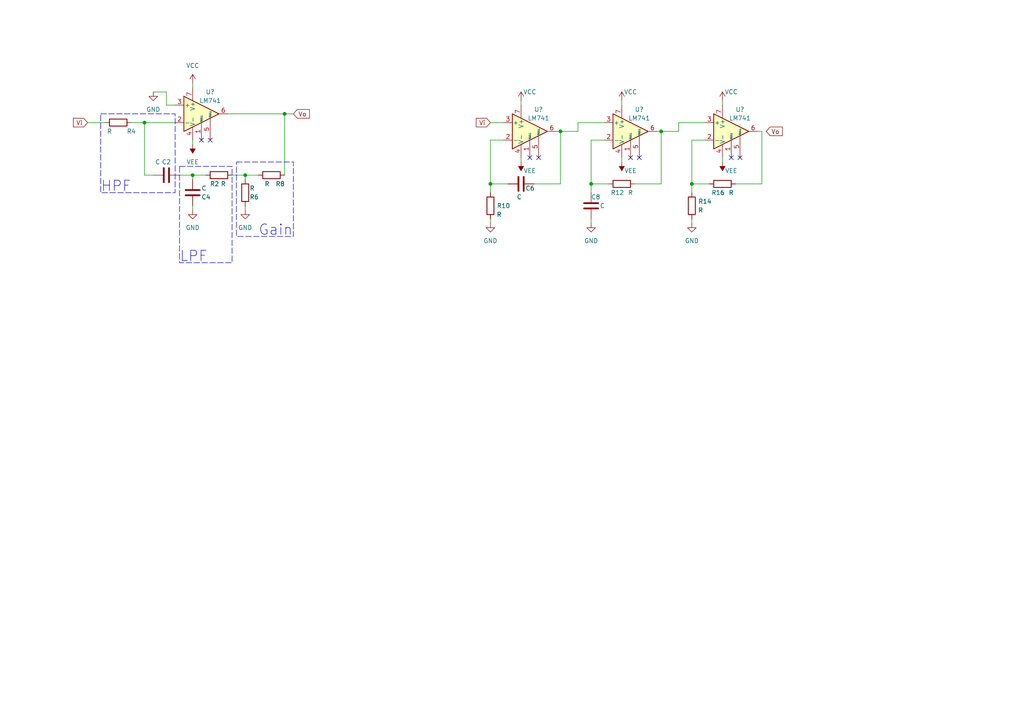
<source format=kicad_sch>
(kicad_sch (version 20230121) (generator eeschema)
  (paper "A4")
  (lib_symbols
    (symbol "Amplifier_Operational:LM741" (pin_names (offset 0.127))
      (property "Reference" "U" (at 0 6.35 0))
      (property "Value" "LM741" (at 0 3.81 0))
      (symbol "LM741_0_1"
        (polyline (pts (xy -5.08 5.08) (xy 5.08 0) (xy -5.08 -5.08) (xy -5.08 5.08)) (stroke (width 0.254)) (fill (type background)))
      )
      (symbol "LM741_1_1"
        (pin input line (at 0 -7.62 90) (length 5.08) (name "NULL") (number "1"))
        (pin input line (at -7.62 -2.54 0) (length 2.54) (name "-") (number "2"))
        (pin input line (at -7.62 2.54 0) (length 2.54) (name "+") (number "3"))
        (pin power_in line (at -2.54 -7.62 90) (length 3.81) (name "V-") (number "4"))
        (pin input line (at 2.54 -7.62 90) (length 6.35) (name "NULL") (number "5"))
        (pin output line (at 7.62 0 180) (length 2.54) (name "~") (number "6"))
        (pin power_in line (at -2.54 7.62 270) (length 3.81) (name "V+") (number "7"))
        (pin no_connect line (at 0 2.54 270) (length 2.54) hide (name "NC") (number "8"))
      )
    )
    (symbol "Device:C" (pin_numbers hide) (pin_names (offset 0.254))
      (property "Reference" "C" (at 0.635 2.54 0))
      (property "Value" "C" (at 0.635 -2.54 0))
      (symbol "C_0_1"
        (polyline (pts (xy -2.032 -0.762) (xy 2.032 -0.762)) (stroke (width 0.508)))
        (polyline (pts (xy -2.032 0.762) (xy 2.032 0.762)) (stroke (width 0.508)))
      )
      (symbol "C_1_1"
        (pin passive line (at 0 3.81 270) (length 2.794) (name "~") (number "1"))
        (pin passive line (at 0 -3.81 90) (length 2.794) (name "~") (number "2"))
      )
    )
    (symbol "Device:R" (pin_numbers hide) (pin_names (offset 0))
      (property "Reference" "R" (at 2.032 0 90))
      (property "Value" "R" (at 0 0 90))
      (symbol "R_0_1"
        (rectangle (start -1.016 -2.54) (end 1.016 2.54) (stroke (width 0.254)))
      )
      (symbol "R_1_1"
        (pin passive line (at 0 3.81 270) (length 1.27) (name "~") (number "1"))
        (pin passive line (at 0 -3.81 90) (length 1.27) (name "~") (number "2"))
      )
    )
    (symbol "GND_1" (power) (pin_numbers hide) (pin_names (offset 0) hide)
      (property "Value" "GND_1" (at 0 -3.81 0))
      (symbol "GND_1_0_1"
        (polyline (pts (xy 0 0) (xy 0 -1.27) (xy 1.27 -1.27) (xy 0 -2.54) (xy -1.27 -1.27) (xy 0 -1.27)))
      )
      (symbol "GND_1_1_1"
        (pin power_in line (at 0 0 270) (length 0) hide (name "GND") (number "1"))
      )
    )
    (symbol "GND_2" (power) (pin_numbers hide) (pin_names (offset 0) hide)
      (property "Value" "GND_2" (at 0 -3.81 0))
      (symbol "GND_2_0_1"
        (polyline (pts (xy 0 0) (xy 0 -1.27) (xy 1.27 -1.27) (xy 0 -2.54) (xy -1.27 -1.27) (xy 0 -1.27)))
      )
      (symbol "GND_2_1_1"
        (pin power_in line (at 0 0 270) (length 0) hide (name "GND") (number "1"))
      )
    )
    (symbol "VCC_1" (power) (pin_numbers hide) (pin_names (offset 0) hide)
      (property "Value" "VCC_1" (at 0 3.81 0))
      (symbol "VCC_1_0_1"
        (polyline (pts (xy -0.762 1.27) (xy 0 2.54)))
        (polyline (pts (xy 0 0) (xy 0 2.54)))
        (polyline (pts (xy 0 2.54) (xy 0.762 1.27)))
      )
      (symbol "VCC_1_1_1"
        (pin power_in line (at 0 0 90) (length 0) hide (name "VCC") (number "1"))
      )
    )
    (symbol "VEE_1" (power) (pin_numbers hide) (pin_names (offset 0) hide)
      (property "Value" "VEE_1" (at 0 3.81 0))
      (symbol "VEE_1_0_1"
        (polyline (pts (xy 0 0) (xy 0 2.54)))
        (polyline (pts (xy 0.762 1.27) (xy -0.762 1.27) (xy 0 2.54) (xy 0.762 1.27)) (fill (type outline)))
      )
      (symbol "VEE_1_1_1"
        (pin power_in line (at 0 0 90) (length 0) hide (name "VEE") (number "1"))
      )
    )
    (symbol "power:GND" (power) (pin_numbers hide) (pin_names (offset 0) hide)
      (property "Value" "GND" (at 0 -3.81 0))
      (symbol "GND_0_1"
        (polyline (pts (xy 0 0) (xy 0 -1.27) (xy 1.27 -1.27) (xy 0 -2.54) (xy -1.27 -1.27) (xy 0 -1.27)))
      )
      (symbol "GND_1_1"
        (pin power_in line (at 0 0 270) (length 0) hide (name "GND") (number "1"))
      )
    )
    (symbol "power:VCC" (power) (pin_numbers hide) (pin_names (offset 0) hide)
      (property "Value" "VCC" (at 0 3.81 0))
      (symbol "VCC_0_1"
        (polyline (pts (xy -0.762 1.27) (xy 0 2.54)))
        (polyline (pts (xy 0 0) (xy 0 2.54)))
        (polyline (pts (xy 0 2.54) (xy 0.762 1.27)))
      )
      (symbol "VCC_1_1"
        (pin power_in line (at 0 0 90) (length 0) hide (name "VCC") (number "1"))
      )
    )
    (symbol "power:VEE" (power) (pin_numbers hide) (pin_names (offset 0) hide)
      (property "Value" "VEE" (at 0 3.81 0))
      (symbol "VEE_0_1"
        (polyline (pts (xy 0 0) (xy 0 2.54)))
        (polyline (pts (xy 0.762 1.27) (xy -0.762 1.27) (xy 0 2.54) (xy 0.762 1.27)) (fill (type outline)))
      )
      (symbol "VEE_1_1"
        (pin power_in line (at 0 0 90) (length 0) hide (name "VEE") (number "1"))
      )
    )
  )
  (junction (at 142.24 53.34))
  (junction (at 171.45 53.34))
  (junction (at 55.88 50.8))
  (junction (at 162.56 38.1))
  (junction (at 82.55 33.02))
  (junction (at 191.77 38.1))
  (junction (at 71.12 50.8))
  (junction (at 41.91 35.56))
  (junction (at 200.66 53.34))
  (no_connect (at 185.42 45.72))
  (no_connect (at 58.42 40.64))
  (no_connect (at 156.21 45.72))
  (no_connect (at 182.88 45.72))
  (no_connect (at 212.09 45.72))
  (no_connect (at 214.63 45.72))
  (no_connect (at 153.67 45.72))
  (no_connect (at 60.96 40.64))
  (wire (pts (xy 71.12 50.8) (xy 74.93 50.8)))
  (wire (pts (xy 44.45 26.67) (xy 48.26 26.67)))
  (wire (pts (xy 48.26 26.67) (xy 48.26 30.48)))
  (wire (pts (xy 82.55 50.8) (xy 82.55 33.02)))
  (wire (pts (xy 200.66 40.64) (xy 200.66 53.34)))
  (wire (pts (xy 151.13 45.72) (xy 151.13 46.99)))
  (wire (pts (xy 196.85 35.56) (xy 204.47 35.56)))
  (wire (pts (xy 209.55 45.72) (xy 209.55 46.99)))
  (wire (pts (xy 41.91 50.8) (xy 44.45 50.8)))
  (wire (pts (xy 25.4 35.56) (xy 30.48 35.56)))
  (wire (pts (xy 213.36 53.34) (xy 220.98 53.34)))
  (wire (pts (xy 142.24 53.34) (xy 142.24 55.88)))
  (wire (pts (xy 71.12 52.07) (xy 71.12 50.8)))
  (wire (pts (xy 146.05 40.64) (xy 142.24 40.64)))
  (wire (pts (xy 55.88 24.13) (xy 55.88 25.4)))
  (wire (pts (xy 167.64 35.56) (xy 167.64 38.1)))
  (wire (pts (xy 220.98 53.34) (xy 220.98 38.1)))
  (wire (pts (xy 175.26 40.64) (xy 171.45 40.64)))
  (wire (pts (xy 41.91 35.56) (xy 50.8 35.56)))
  (wire (pts (xy 82.55 33.02) (xy 66.04 33.02)))
  (wire (pts (xy 147.32 53.34) (xy 142.24 53.34)))
  (wire (pts (xy 191.77 38.1) (xy 190.5 38.1)))
  (wire (pts (xy 151.13 29.21) (xy 151.13 30.48)))
  (wire (pts (xy 55.88 52.07) (xy 55.88 50.8)))
  (wire (pts (xy 180.34 29.21) (xy 180.34 30.48)))
  (wire (pts (xy 171.45 53.34) (xy 171.45 55.88)))
  (wire (pts (xy 55.88 50.8) (xy 59.69 50.8)))
  (wire (pts (xy 167.64 38.1) (xy 162.56 38.1)))
  (wire (pts (xy 154.94 53.34) (xy 162.56 53.34)))
  (wire (pts (xy 175.26 35.56) (xy 167.64 35.56)))
  (wire (pts (xy 142.24 35.56) (xy 146.05 35.56)))
  (wire (pts (xy 191.77 38.1) (xy 196.85 38.1)))
  (wire (pts (xy 82.55 33.02) (xy 85.09 33.02)))
  (wire (pts (xy 48.26 30.48) (xy 50.8 30.48)))
  (wire (pts (xy 52.07 50.8) (xy 55.88 50.8)))
  (wire (pts (xy 38.1 35.56) (xy 41.91 35.56)))
  (wire (pts (xy 162.56 38.1) (xy 161.29 38.1)))
  (wire (pts (xy 67.31 50.8) (xy 71.12 50.8)))
  (wire (pts (xy 41.91 35.56) (xy 41.91 50.8)))
  (wire (pts (xy 171.45 63.5) (xy 171.45 64.77)))
  (wire (pts (xy 142.24 63.5) (xy 142.24 64.77)))
  (wire (pts (xy 162.56 53.34) (xy 162.56 38.1)))
  (wire (pts (xy 176.53 53.34) (xy 171.45 53.34)))
  (wire (pts (xy 184.15 53.34) (xy 191.77 53.34)))
  (wire (pts (xy 191.77 53.34) (xy 191.77 38.1)))
  (wire (pts (xy 205.74 53.34) (xy 200.66 53.34)))
  (wire (pts (xy 220.98 38.1) (xy 219.71 38.1)))
  (wire (pts (xy 180.34 45.72) (xy 180.34 46.99)))
  (wire (pts (xy 209.55 29.21) (xy 209.55 30.48)))
  (wire (pts (xy 204.47 40.64) (xy 200.66 40.64)))
  (wire (pts (xy 55.88 59.69) (xy 55.88 60.96)))
  (wire (pts (xy 200.66 53.34) (xy 200.66 55.88)))
  (wire (pts (xy 142.24 40.64) (xy 142.24 53.34)))
  (wire (pts (xy 196.85 38.1) (xy 196.85 35.56)))
  (wire (pts (xy 200.66 63.5) (xy 200.66 64.77)))
  (wire (pts (xy 171.45 40.64) (xy 171.45 53.34)))
  (wire (pts (xy 55.88 40.64) (xy 55.88 41.91)))
  (wire (pts (xy 71.12 59.69) (xy 71.12 60.96)))
  (rectangle (start 68.58 46.99) (end 85.09 68.58) (stroke (width 0) (type dash)))
  (rectangle (start 52.07 48.26) (end 67.31 76.2) (stroke (width 0) (type dash)))
  (rectangle (start 29.21 33.02) (end 50.8 55.88) (stroke (width 0) (type dash)))
  (text "Gain" (at 74.93 68.58 0) (effects (font (size 3 3)) (justify left bottom)))
  (text "LPF" (at 52.07 76.2 0) (effects (font (size 3 3)) (justify left bottom)))
  (text "HPF" (at 29.21 55.88 0) (effects (font (size 3 3)) (justify left bottom)))
  (global_label "Vo" (shape input) (at 222.25 38.1 0) (property "Intersheetrefs" "${INTERSHEET_REFS}" (effects hide)))
  (global_label "Vi" (shape input) (at 25.4 35.56 180) (property "Intersheetrefs" "${INTERSHEET_REFS}" (effects hide)))
  (global_label "Vo" (shape input) (at 85.09 33.02 0) (property "Intersheetrefs" "${INTERSHEET_REFS}" (effects hide)))
  (global_label "Vi" (shape input) (at 142.24 35.56 180) (property "Intersheetrefs" "${INTERSHEET_REFS}" (effects hide)))
  (symbol (lib_id "Device:R") (at 180.34 53.34 270) (unit 1)
    (property "Reference" "R12" (at 179.07 55.88 90))
    (property "Value" "R" (at 182.88 55.88 90))
    (instances (project "Lab02" (path "" (reference "R12") (unit 1)) (path "" (reference "R11") (unit 1))))
  )
  (symbol (lib_id "Amplifier_Operational:LM741") (at 58.42 33.02 0) (unit 1)
    (property "Reference" "U?" (at 60.96 26.67 0))
    (property "Value" "LM741" (at 60.96 29.21 0))
    (property "Datasheet" "http://www.ti.com/lit/ds/symlink/lm741.pdf" (effects hide))
    (property "Sim.Library" "models\\LM741.lib" (effects hide))
    (property "Sim.Name" "LM741" (effects hide))
    (property "Sim.Device" "SUBCKT" (effects hide))
    (property "Sim.Pins" "1=1 2=2 3=99 4=50 5=28" (effects hide))
    (instances (project "Lab02" (path "" (reference "U?") (unit 1)) (path "" (reference "U1") (unit 1)) (path "" (reference "U2") (unit 1))))
  )
  (symbol (lib_name "GND_1") (lib_id "power:GND") (at 71.12 60.96 0) (unit 1)
    (property "Reference" "#PWR010" (effects hide))
    (property "Value" "GND" (at 71.12 66.04 0))
    (instances (project "Lab02" (path "" (reference "#PWR010") (unit 1)) (path "" (reference "#PWR09") (unit 1))))
  )
  (symbol (lib_name "VEE_1") (lib_id "power:VEE") (at 151.13 46.99 180) (unit 1)
    (property "Reference" "#PWR?" (effects hide))
    (property "Value" "VEE" (at 153.67 49.53 0))
    (instances (project "Lab02" (path "" (reference "#PWR?") (unit 1)) (path "" (reference "#PWR012") (unit 1)) (path "" (reference "#PWR014") (unit 1))))
  )
  (symbol (lib_id "Device:C") (at 48.26 50.8 270) (unit 1)
    (property "Reference" "C2" (at 48.26 46.99 90))
    (property "Value" "C" (at 45.72 46.99 90))
    (instances (project "Lab02" (path "" (reference "C2") (unit 1)) (path "" (reference "C1") (unit 1))))
  )
  (symbol (lib_id "Device:R") (at 63.5 50.8 90) (mirror x) (unit 1)
    (property "Reference" "R2" (at 62.23 53.34 90))
    (property "Value" "R" (at 64.77 53.34 90))
    (instances (project "Lab02" (path "" (reference "R2") (unit 1)) (path "" (reference "R1") (unit 1))))
  )
  (symbol (lib_id "Device:R") (at 78.74 50.8 90) (unit 1)
    (property "Reference" "R8" (at 81.28 53.34 90))
    (property "Value" "R" (at 77.47 53.34 90))
    (instances (project "Lab02" (path "" (reference "R8") (unit 1)) (path "" (reference "R7") (unit 1))))
  )
  (symbol (lib_id "Amplifier_Operational:LM741") (at 212.09 38.1 0) (unit 1)
    (property "Reference" "U?" (at 214.63 31.75 0))
    (property "Value" "LM741" (at 214.63 34.29 0))
    (property "Datasheet" "http://www.ti.com/lit/ds/symlink/lm741.pdf" (effects hide))
    (property "Sim.Library" "models\\LM741.lib" (effects hide))
    (property "Sim.Name" "LM741" (effects hide))
    (property "Sim.Device" "SUBCKT" (effects hide))
    (property "Sim.Pins" "1=1 2=2 3=99 4=50 5=28" (effects hide))
    (instances (project "Lab02" (path "" (reference "U?") (unit 1)) (path "" (reference "U7") (unit 1)) (path "" (reference "U8") (unit 1))))
  )
  (symbol (lib_id "power:VEE") (at 55.88 41.91 180) (unit 1)
    (property "Reference" "#PWR?" (effects hide))
    (property "Value" "VEE" (at 55.88 46.99 0))
    (instances (project "Lab02" (path "" (reference "#PWR?") (unit 1)) (path "" (reference "#PWR01") (unit 1)) (path "" (reference "#PWR03") (unit 1))))
  )
  (symbol (lib_name "GND_2") (lib_id "power:GND") (at 171.45 64.77 0) (unit 1)
    (property "Reference" "#PWR022" (effects hide))
    (property "Value" "GND" (at 171.45 69.85 0))
    (instances (project "Lab02" (path "" (reference "#PWR022") (unit 1)) (path "" (reference "#PWR019") (unit 1))))
  )
  (symbol (lib_name "GND_2") (lib_id "power:GND") (at 200.66 64.77 0) (unit 1)
    (property "Reference" "#PWR028" (effects hide))
    (property "Value" "GND" (at 200.66 69.85 0))
    (instances (project "Lab02" (path "" (reference "#PWR028") (unit 1)) (path "" (reference "#PWR025") (unit 1))))
  )
  (symbol (lib_id "Device:C") (at 55.88 55.88 0) (mirror x) (unit 1)
    (property "Reference" "C4" (at 58.42 57.15 0) (effects (justify left)))
    (property "Value" "C" (at 58.42 54.61 0) (effects (justify left)))
    (instances (project "Lab02" (path "" (reference "C4") (unit 1)) (path "" (reference "C3") (unit 1))))
  )
  (symbol (lib_name "GND_2") (lib_id "power:GND") (at 55.88 60.96 0) (unit 1)
    (property "Reference" "#PWR08" (effects hide))
    (property "Value" "GND" (at 55.88 66.04 0))
    (instances (project "Lab02" (path "" (reference "#PWR08") (unit 1)) (path "" (reference "#PWR07") (unit 1))))
  )
  (symbol (lib_name "GND_2") (lib_id "power:GND") (at 142.24 64.77 0) (unit 1)
    (property "Reference" "#PWR016" (effects hide))
    (property "Value" "GND" (at 142.24 69.85 0))
    (instances (project "Lab02" (path "" (reference "#PWR016") (unit 1)) (path "" (reference "#PWR015") (unit 1))))
  )
  (symbol (lib_id "Device:R") (at 142.24 59.69 0) (mirror x) (unit 1)
    (property "Reference" "R10" (at 146.05 59.69 0))
    (property "Value" "R" (at 144.78 62.23 0))
    (instances (project "Lab02" (path "" (reference "R10") (unit 1)) (path "" (reference "R9") (unit 1))))
  )
  (symbol (lib_id "Amplifier_Operational:LM741") (at 182.88 38.1 0) (unit 1)
    (property "Reference" "U?" (at 185.42 31.75 0))
    (property "Value" "LM741" (at 185.42 34.29 0))
    (property "Datasheet" "http://www.ti.com/lit/ds/symlink/lm741.pdf" (effects hide))
    (property "Sim.Library" "models\\LM741.lib" (effects hide))
    (property "Sim.Name" "LM741" (effects hide))
    (property "Sim.Device" "SUBCKT" (effects hide))
    (property "Sim.Pins" "1=1 2=2 3=99 4=50 5=28" (effects hide))
    (instances (project "Lab02" (path "" (reference "U?") (unit 1)) (path "" (reference "U5") (unit 1)) (path "" (reference "U6") (unit 1))))
  )
  (symbol (lib_id "Amplifier_Operational:LM741") (at 153.67 38.1 0) (unit 1)
    (property "Reference" "U?" (at 156.21 31.75 0))
    (property "Value" "LM741" (at 156.21 34.29 0))
    (property "Datasheet" "http://www.ti.com/lit/ds/symlink/lm741.pdf" (effects hide))
    (property "Sim.Library" "models\\LM741.lib" (effects hide))
    (property "Sim.Name" "LM741" (effects hide))
    (property "Sim.Device" "SUBCKT" (effects hide))
    (property "Sim.Pins" "1=1 2=2 3=99 4=50 5=28" (effects hide))
    (instances (project "Lab02" (path "" (reference "U?") (unit 1)) (path "" (reference "U3") (unit 1)) (path "" (reference "U4") (unit 1))))
  )
  (symbol (lib_id "power:VCC") (at 55.88 24.13 0) (unit 1)
    (property "Reference" "#PWR?" (effects hide))
    (property "Value" "VCC" (at 55.88 19.05 0))
    (instances (project "Lab02" (path "" (reference "#PWR?") (unit 1)) (path "" (reference "#PWR02") (unit 1)) (path "" (reference "#PWR04") (unit 1))))
  )
  (symbol (lib_name "VEE_1") (lib_id "power:VEE") (at 180.34 46.99 180) (unit 1)
    (property "Reference" "#PWR?" (effects hide))
    (property "Value" "VEE" (at 182.88 49.53 0))
    (instances (project "Lab02" (path "" (reference "#PWR?") (unit 1)) (path "" (reference "#PWR018") (unit 1)) (path "" (reference "#PWR021") (unit 1))))
  )
  (symbol (lib_name "VCC_1") (lib_id "power:VCC") (at 151.13 29.21 0) (unit 1)
    (property "Reference" "#PWR?" (effects hide))
    (property "Value" "VCC" (at 153.67 26.67 0))
    (instances (project "Lab02" (path "" (reference "#PWR?") (unit 1)) (path "" (reference "#PWR011") (unit 1)) (path "" (reference "#PWR013") (unit 1))))
  )
  (symbol (lib_id "Device:R") (at 71.12 55.88 0) (mirror y) (unit 1)
    (property "Reference" "R6" (at 72.39 57.15 0) (effects (justify right)))
    (property "Value" "R" (at 72.39 54.61 0) (effects (justify right)))
    (instances (project "Lab02" (path "" (reference "R6") (unit 1)) (path "" (reference "R5") (unit 1))))
  )
  (symbol (lib_id "Device:R") (at 34.29 35.56 90) (mirror x) (unit 1)
    (property "Reference" "R4" (at 38.1 38.1 90))
    (property "Value" "R" (at 31.75 38.1 90))
    (instances (project "Lab02" (path "" (reference "R4") (unit 1)) (path "" (reference "R3") (unit 1))))
  )
  (symbol (lib_id "Device:C") (at 151.13 53.34 270) (unit 1)
    (property "Reference" "C6" (at 152.4 54.61 90) (effects (justify left)))
    (property "Value" "C" (at 149.86 57.15 90) (effects (justify left)))
    (instances (project "Lab02" (path "" (reference "C6") (unit 1)) (path "" (reference "C5") (unit 1))))
  )
  (symbol (lib_name "VCC_1") (lib_id "power:VCC") (at 209.55 29.21 0) (unit 1)
    (property "Reference" "#PWR?" (effects hide))
    (property "Value" "VCC" (at 212.09 26.67 0))
    (instances (project "Lab02" (path "" (reference "#PWR?") (unit 1)) (path "" (reference "#PWR023") (unit 1)) (path "" (reference "#PWR026") (unit 1))))
  )
  (symbol (lib_id "Device:R") (at 200.66 59.69 0) (mirror x) (unit 1)
    (property "Reference" "R14" (at 204.47 58.42 0))
    (property "Value" "R" (at 203.2 60.96 0))
    (instances (project "Lab02" (path "" (reference "R14") (unit 1)) (path "" (reference "R13") (unit 1))))
  )
  (symbol (lib_name "VCC_1") (lib_id "power:VCC") (at 180.34 29.21 0) (unit 1)
    (property "Reference" "#PWR?" (effects hide))
    (property "Value" "VCC" (at 182.88 26.67 0))
    (instances (project "Lab02" (path "" (reference "#PWR?") (unit 1)) (path "" (reference "#PWR017") (unit 1)) (path "" (reference "#PWR020") (unit 1))))
  )
  (symbol (lib_name "VEE_1") (lib_id "power:VEE") (at 209.55 46.99 180) (unit 1)
    (property "Reference" "#PWR?" (effects hide))
    (property "Value" "VEE" (at 212.09 49.53 0))
    (instances (project "Lab02" (path "" (reference "#PWR?") (unit 1)) (path "" (reference "#PWR024") (unit 1)) (path "" (reference "#PWR027") (unit 1))))
  )
  (symbol (lib_id "power:GND") (at 44.45 26.67 0) (unit 1)
    (property "Reference" "#PWR06" (effects hide))
    (property "Value" "GND" (at 44.45 31.75 0))
    (instances (project "Lab02" (path "" (reference "#PWR06") (unit 1)) (path "" (reference "#PWR05") (unit 1))))
  )
  (symbol (lib_id "Device:R") (at 209.55 53.34 270) (unit 1)
    (property "Reference" "R16" (at 208.28 55.88 90))
    (property "Value" "R" (at 212.09 55.88 90))
    (instances (project "Lab02" (path "" (reference "R16") (unit 1)) (path "" (reference "R15") (unit 1))))
  )
  (symbol (lib_id "Device:C") (at 171.45 59.69 0) (unit 1)
    (property "Reference" "C8" (at 171.45 57.15 0) (effects (justify left)))
    (property "Value" "C" (at 173.99 59.69 0) (effects (justify left)))
    (instances (project "Lab02" (path "" (reference "C8") (unit 1)) (path "" (reference "C7") (unit 1))))
  )
)
</source>
